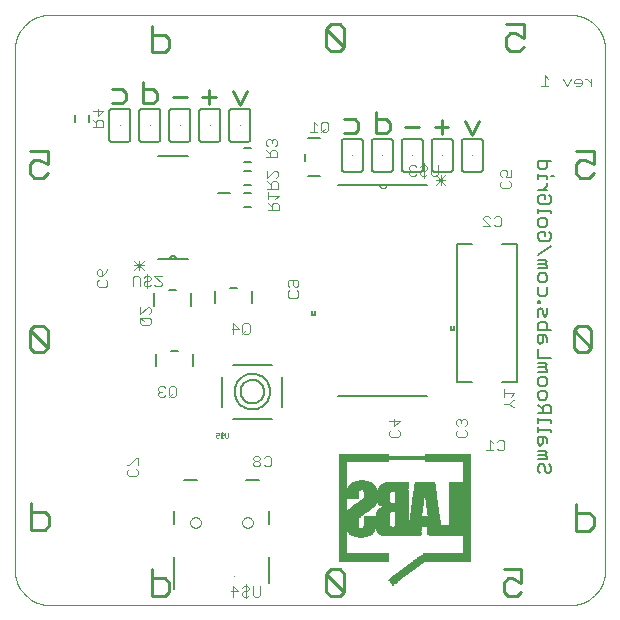
<source format=gbo>
G75*
G70*
%OFA0B0*%
%FSLAX24Y24*%
%IPPOS*%
%LPD*%
%AMOC8*
5,1,8,0,0,1.08239X$1,22.5*
%
%ADD10C,0.0001*%
%ADD11C,0.0110*%
%ADD12C,0.0090*%
%ADD13C,0.0060*%
%ADD14C,0.0040*%
%ADD15C,0.0000*%
%ADD16C,0.0030*%
%ADD17C,0.0050*%
%ADD18C,0.0010*%
%ADD19R,0.0039X0.0013*%
%ADD20R,0.0065X0.0013*%
%ADD21R,0.0078X0.0013*%
%ADD22R,0.0117X0.0013*%
%ADD23R,0.0130X0.0013*%
%ADD24R,0.0169X0.0013*%
%ADD25R,0.0195X0.0013*%
%ADD26R,0.0221X0.0013*%
%ADD27R,0.0247X0.0013*%
%ADD28R,0.0273X0.0013*%
%ADD29R,0.0299X0.0013*%
%ADD30R,0.0325X0.0013*%
%ADD31R,0.0351X0.0013*%
%ADD32R,0.0377X0.0013*%
%ADD33R,0.0416X0.0013*%
%ADD34R,0.0429X0.0013*%
%ADD35R,0.0429X0.0013*%
%ADD36R,0.0429X0.0013*%
%ADD37R,0.0416X0.0013*%
%ADD38R,0.0429X0.0013*%
%ADD39R,0.0416X0.0013*%
%ADD40R,0.1937X0.0013*%
%ADD41R,0.1664X0.0013*%
%ADD42R,0.1924X0.0013*%
%ADD43R,0.1664X0.0013*%
%ADD44R,0.1898X0.0013*%
%ADD45R,0.1885X0.0013*%
%ADD46R,0.1859X0.0013*%
%ADD47R,0.1846X0.0013*%
%ADD48R,0.1820X0.0013*%
%ADD49R,0.1807X0.0013*%
%ADD50R,0.1781X0.0013*%
%ADD51R,0.1768X0.0013*%
%ADD52R,0.1755X0.0013*%
%ADD53R,0.1742X0.0013*%
%ADD54R,0.1716X0.0013*%
%ADD55R,0.1703X0.0013*%
%ADD56R,0.1677X0.0013*%
%ADD57R,0.1651X0.0013*%
%ADD58R,0.1625X0.0013*%
%ADD59R,0.1612X0.0013*%
%ADD60R,0.1586X0.0013*%
%ADD61R,0.0260X0.0013*%
%ADD62R,0.0247X0.0013*%
%ADD63R,0.0260X0.0013*%
%ADD64R,0.0247X0.0013*%
%ADD65R,0.0195X0.0013*%
%ADD66R,0.0455X0.0013*%
%ADD67R,0.1430X0.0013*%
%ADD68R,0.1157X0.0013*%
%ADD69R,0.0520X0.0013*%
%ADD70R,0.1430X0.0013*%
%ADD71R,0.1287X0.0013*%
%ADD72R,0.0585X0.0013*%
%ADD73R,0.1352X0.0013*%
%ADD74R,0.0637X0.0013*%
%ADD75R,0.1443X0.0013*%
%ADD76R,0.1378X0.0013*%
%ADD77R,0.0689X0.0013*%
%ADD78R,0.1404X0.0013*%
%ADD79R,0.0715X0.0013*%
%ADD80R,0.1443X0.0013*%
%ADD81R,0.1417X0.0013*%
%ADD82R,0.0767X0.0013*%
%ADD83R,0.0793X0.0013*%
%ADD84R,0.1443X0.0013*%
%ADD85R,0.0819X0.0013*%
%ADD86R,0.1456X0.0013*%
%ADD87R,0.0871X0.0013*%
%ADD88R,0.1469X0.0013*%
%ADD89R,0.0884X0.0013*%
%ADD90R,0.1469X0.0013*%
%ADD91R,0.0897X0.0013*%
%ADD92R,0.1482X0.0013*%
%ADD93R,0.0923X0.0013*%
%ADD94R,0.1196X0.0013*%
%ADD95R,0.1495X0.0013*%
%ADD96R,0.1456X0.0013*%
%ADD97R,0.1209X0.0013*%
%ADD98R,0.1456X0.0013*%
%ADD99R,0.1508X0.0013*%
%ADD100R,0.1209X0.0013*%
%ADD101R,0.1521X0.0013*%
%ADD102R,0.1222X0.0013*%
%ADD103R,0.2756X0.0013*%
%ADD104R,0.1989X0.0013*%
%ADD105R,0.0715X0.0013*%
%ADD106R,0.1963X0.0013*%
%ADD107R,0.1950X0.0013*%
%ADD108R,0.0676X0.0013*%
%ADD109R,0.0663X0.0013*%
%ADD110R,0.0910X0.0013*%
%ADD111R,0.0936X0.0013*%
%ADD112R,0.2548X0.0013*%
%ADD113R,0.0910X0.0013*%
%ADD114R,0.0650X0.0013*%
%ADD115R,0.2548X0.0013*%
%ADD116R,0.0897X0.0013*%
%ADD117R,0.0650X0.0013*%
%ADD118R,0.0884X0.0013*%
%ADD119R,0.1547X0.0013*%
%ADD120R,0.1547X0.0013*%
%ADD121R,0.0871X0.0013*%
%ADD122R,0.1053X0.0013*%
%ADD123R,0.0468X0.0013*%
%ADD124R,0.1053X0.0013*%
%ADD125R,0.0468X0.0013*%
%ADD126R,0.1040X0.0013*%
%ADD127R,0.1027X0.0013*%
%ADD128R,0.1027X0.0013*%
%ADD129R,0.0663X0.0013*%
%ADD130R,0.1014X0.0013*%
%ADD131R,0.1001X0.0013*%
%ADD132R,0.0702X0.0013*%
%ADD133R,0.0416X0.0013*%
%ADD134R,0.0728X0.0013*%
%ADD135R,0.0741X0.0013*%
%ADD136R,0.0754X0.0013*%
%ADD137R,0.0780X0.0013*%
%ADD138R,0.0455X0.0013*%
%ADD139R,0.0819X0.0013*%
%ADD140R,0.0832X0.0013*%
%ADD141R,0.0468X0.0013*%
%ADD142R,0.0858X0.0013*%
%ADD143R,0.0871X0.0013*%
%ADD144R,0.0403X0.0013*%
%ADD145R,0.0403X0.0013*%
%ADD146R,0.0481X0.0013*%
%ADD147R,0.0533X0.0013*%
%ADD148R,0.0403X0.0013*%
%ADD149R,0.0689X0.0013*%
%ADD150R,0.1040X0.0013*%
%ADD151R,0.0403X0.0013*%
%ADD152R,0.0728X0.0013*%
%ADD153R,0.1014X0.0013*%
%ADD154R,0.0741X0.0013*%
%ADD155R,0.0988X0.0013*%
%ADD156R,0.0975X0.0013*%
%ADD157R,0.0754X0.0013*%
%ADD158R,0.0949X0.0013*%
%ADD159R,0.0754X0.0013*%
%ADD160R,0.0923X0.0013*%
%ADD161R,0.0845X0.0013*%
%ADD162R,0.0845X0.0013*%
%ADD163R,0.0741X0.0013*%
%ADD164R,0.0728X0.0013*%
%ADD165R,0.0390X0.0013*%
%ADD166R,0.0975X0.0013*%
%ADD167R,0.0390X0.0013*%
%ADD168R,0.0988X0.0013*%
%ADD169R,0.0702X0.0013*%
%ADD170R,0.0676X0.0013*%
%ADD171R,0.0663X0.0013*%
%ADD172R,0.0481X0.0013*%
%ADD173R,0.0442X0.0013*%
%ADD174R,0.0624X0.0013*%
%ADD175R,0.0442X0.0013*%
%ADD176R,0.0611X0.0013*%
%ADD177R,0.0598X0.0013*%
%ADD178R,0.0572X0.0013*%
%ADD179R,0.1001X0.0013*%
%ADD180R,0.0949X0.0013*%
%ADD181R,0.0377X0.0013*%
%ADD182R,0.0858X0.0013*%
%ADD183R,0.0676X0.0013*%
%ADD184R,0.0858X0.0013*%
%ADD185R,0.0806X0.0013*%
%ADD186R,0.0780X0.0013*%
%ADD187R,0.0871X0.0013*%
%ADD188R,0.0767X0.0013*%
%ADD189R,0.0689X0.0013*%
%ADD190R,0.0988X0.0013*%
%ADD191R,0.0988X0.0013*%
%ADD192R,0.0962X0.0013*%
%ADD193R,0.0949X0.0013*%
%ADD194R,0.0962X0.0013*%
%ADD195R,0.0936X0.0013*%
%ADD196R,0.0858X0.0013*%
%ADD197R,0.0832X0.0013*%
%ADD198R,0.0806X0.0013*%
%ADD199R,0.0832X0.0013*%
%ADD200R,0.0702X0.0013*%
%ADD201R,0.0793X0.0013*%
%ADD202R,0.0624X0.0013*%
%ADD203R,0.0546X0.0013*%
%ADD204R,0.0364X0.0013*%
%ADD205R,0.0221X0.0013*%
%ADD206R,0.1521X0.0013*%
%ADD207R,0.1521X0.0013*%
%ADD208R,0.4394X0.0013*%
%ADD209R,0.4394X0.0013*%
D10*
X000504Y001685D02*
X000504Y019008D01*
X000506Y019074D01*
X000511Y019140D01*
X000521Y019206D01*
X000534Y019271D01*
X000550Y019335D01*
X000570Y019398D01*
X000594Y019460D01*
X000621Y019520D01*
X000651Y019579D01*
X000685Y019636D01*
X000722Y019691D01*
X000762Y019744D01*
X000804Y019795D01*
X000850Y019843D01*
X000898Y019889D01*
X000949Y019931D01*
X001002Y019971D01*
X001057Y020008D01*
X001114Y020042D01*
X001173Y020072D01*
X001233Y020099D01*
X001295Y020123D01*
X001358Y020143D01*
X001422Y020159D01*
X001487Y020172D01*
X001553Y020182D01*
X001619Y020187D01*
X001685Y020189D01*
X019008Y020189D01*
X019074Y020187D01*
X019140Y020182D01*
X019206Y020172D01*
X019271Y020159D01*
X019335Y020143D01*
X019398Y020123D01*
X019460Y020099D01*
X019520Y020072D01*
X019579Y020042D01*
X019636Y020008D01*
X019691Y019971D01*
X019744Y019931D01*
X019795Y019889D01*
X019843Y019843D01*
X019889Y019795D01*
X019931Y019744D01*
X019971Y019691D01*
X020008Y019636D01*
X020042Y019579D01*
X020072Y019520D01*
X020099Y019460D01*
X020123Y019398D01*
X020143Y019335D01*
X020159Y019271D01*
X020172Y019206D01*
X020182Y019140D01*
X020187Y019074D01*
X020189Y019008D01*
X020189Y001685D01*
X020187Y001619D01*
X020182Y001553D01*
X020172Y001487D01*
X020159Y001422D01*
X020143Y001358D01*
X020123Y001295D01*
X020099Y001233D01*
X020072Y001173D01*
X020042Y001114D01*
X020008Y001057D01*
X019971Y001002D01*
X019931Y000949D01*
X019889Y000898D01*
X019843Y000850D01*
X019795Y000804D01*
X019744Y000762D01*
X019691Y000722D01*
X019636Y000685D01*
X019579Y000651D01*
X019520Y000621D01*
X019460Y000594D01*
X019398Y000570D01*
X019335Y000550D01*
X019271Y000534D01*
X019206Y000521D01*
X019140Y000511D01*
X019074Y000506D01*
X019008Y000504D01*
X001685Y000504D01*
X001619Y000506D01*
X001553Y000511D01*
X001487Y000521D01*
X001422Y000534D01*
X001358Y000550D01*
X001295Y000570D01*
X001233Y000594D01*
X001173Y000621D01*
X001114Y000651D01*
X001057Y000685D01*
X001002Y000722D01*
X000949Y000762D01*
X000898Y000804D01*
X000850Y000850D01*
X000804Y000898D01*
X000762Y000949D01*
X000722Y001002D01*
X000685Y001057D01*
X000651Y001114D01*
X000621Y001173D01*
X000594Y001233D01*
X000570Y001295D01*
X000550Y001358D01*
X000534Y001422D01*
X000521Y001487D01*
X000511Y001553D01*
X000506Y001619D01*
X000504Y001685D01*
D11*
X001054Y003025D02*
X001500Y003025D01*
X001648Y003174D01*
X001648Y003471D01*
X001500Y003619D01*
X001054Y003619D01*
X001054Y003916D02*
X001054Y003025D01*
X005066Y001701D02*
X005066Y000811D01*
X005511Y000811D01*
X005660Y000959D01*
X005660Y001256D01*
X005511Y001404D01*
X005066Y001404D01*
X010891Y001553D02*
X010891Y000959D01*
X011040Y000811D01*
X011337Y000811D01*
X011485Y000959D01*
X010891Y001553D01*
X011040Y001701D01*
X011337Y001701D01*
X011485Y001553D01*
X011485Y000959D01*
X016797Y000959D02*
X016945Y000811D01*
X017242Y000811D01*
X017391Y000959D01*
X017391Y001256D02*
X017094Y001404D01*
X016945Y001404D01*
X016797Y001256D01*
X016797Y000959D01*
X017391Y001256D02*
X017391Y001701D01*
X016797Y001701D01*
X019209Y002982D02*
X019654Y002982D01*
X019802Y003131D01*
X019802Y003428D01*
X019654Y003576D01*
X019209Y003576D01*
X019209Y003873D02*
X019209Y002982D01*
X019277Y008931D02*
X019129Y009079D01*
X019129Y009673D01*
X019722Y009079D01*
X019574Y008931D01*
X019277Y008931D01*
X019722Y009079D02*
X019722Y009673D01*
X019574Y009822D01*
X019277Y009822D01*
X019129Y009673D01*
X019357Y014756D02*
X019654Y014756D01*
X019802Y014905D01*
X019802Y015202D02*
X019505Y015350D01*
X019357Y015350D01*
X019209Y015202D01*
X019209Y014905D01*
X019357Y014756D01*
X019802Y015202D02*
X019802Y015647D01*
X019209Y015647D01*
X017322Y018971D02*
X017025Y018971D01*
X016877Y019120D01*
X016877Y019417D01*
X017025Y019565D01*
X017174Y019565D01*
X017471Y019417D01*
X017471Y019862D01*
X016877Y019862D01*
X017471Y019120D02*
X017322Y018971D01*
X011485Y019120D02*
X010891Y019714D01*
X010891Y019120D01*
X011040Y018971D01*
X011337Y018971D01*
X011485Y019120D01*
X011485Y019714D01*
X011337Y019862D01*
X011040Y019862D01*
X010891Y019714D01*
X005660Y019373D02*
X005660Y019076D01*
X005511Y018928D01*
X005066Y018928D01*
X005066Y019819D01*
X005066Y019522D02*
X005511Y019522D01*
X005660Y019373D01*
X001605Y015647D02*
X001605Y015202D01*
X001308Y015350D01*
X001159Y015350D01*
X001011Y015202D01*
X001011Y014905D01*
X001159Y014756D01*
X001456Y014756D01*
X001605Y014905D01*
X001605Y015647D02*
X001011Y015647D01*
X001159Y009822D02*
X001011Y009673D01*
X001605Y009079D01*
X001456Y008931D01*
X001159Y008931D01*
X001011Y009079D01*
X001011Y009673D01*
X001159Y009822D02*
X001456Y009822D01*
X001605Y009673D01*
X001605Y009079D01*
D12*
X003734Y017239D02*
X004083Y017239D01*
X004199Y017355D01*
X004199Y017588D01*
X004083Y017704D01*
X003734Y017704D01*
X004774Y017704D02*
X005123Y017704D01*
X005239Y017588D01*
X005239Y017355D01*
X005123Y017239D01*
X004774Y017239D01*
X004774Y017937D01*
X005764Y017448D02*
X006229Y017448D01*
X006735Y017452D02*
X007201Y017452D01*
X006968Y017684D02*
X006968Y017219D01*
X007764Y017644D02*
X007996Y017179D01*
X008229Y017644D01*
X011494Y016704D02*
X011843Y016704D01*
X011959Y016588D01*
X011959Y016355D01*
X011843Y016239D01*
X011494Y016239D01*
X012534Y016239D02*
X012883Y016239D01*
X012999Y016355D01*
X012999Y016588D01*
X012883Y016704D01*
X012534Y016704D01*
X012534Y016937D02*
X012534Y016239D01*
X013524Y016448D02*
X013989Y016448D01*
X014495Y016452D02*
X014961Y016452D01*
X014728Y016684D02*
X014728Y016219D01*
X015524Y016644D02*
X015756Y016179D01*
X015989Y016644D01*
D13*
X017954Y015326D02*
X017954Y015106D01*
X018027Y015033D01*
X018174Y015033D01*
X018248Y015106D01*
X018248Y015326D01*
X018394Y015326D02*
X017954Y015326D01*
X017954Y014873D02*
X017954Y014726D01*
X017954Y014799D02*
X018248Y014799D01*
X018248Y014726D01*
X018394Y014799D02*
X018468Y014799D01*
X018248Y014562D02*
X018248Y014489D01*
X018101Y014342D01*
X017954Y014342D02*
X018248Y014342D01*
X018321Y014175D02*
X018394Y014102D01*
X018394Y013955D01*
X018321Y013882D01*
X018027Y013882D01*
X017954Y013955D01*
X017954Y014102D01*
X018027Y014175D01*
X018174Y014175D01*
X018174Y014029D01*
X017954Y013722D02*
X017954Y013575D01*
X017954Y013648D02*
X018394Y013648D01*
X018394Y013575D01*
X018174Y013408D02*
X018248Y013335D01*
X018248Y013188D01*
X018174Y013115D01*
X018027Y013115D01*
X017954Y013188D01*
X017954Y013335D01*
X018027Y013408D01*
X018174Y013408D01*
X018174Y012948D02*
X018174Y012801D01*
X018174Y012948D02*
X018027Y012948D01*
X017954Y012874D01*
X017954Y012728D01*
X018027Y012654D01*
X018321Y012654D01*
X018394Y012728D01*
X018394Y012874D01*
X018321Y012948D01*
X018394Y012487D02*
X017954Y012194D01*
X017954Y012027D02*
X018174Y012027D01*
X018248Y011954D01*
X018174Y011880D01*
X017954Y011880D01*
X017954Y011733D02*
X018248Y011733D01*
X018248Y011807D01*
X018174Y011880D01*
X018174Y011567D02*
X018248Y011493D01*
X018248Y011346D01*
X018174Y011273D01*
X018027Y011273D01*
X017954Y011346D01*
X017954Y011493D01*
X018027Y011567D01*
X018174Y011567D01*
X018248Y011106D02*
X018248Y010886D01*
X018174Y010813D01*
X018027Y010813D01*
X017954Y010886D01*
X017954Y011106D01*
X017954Y010656D02*
X017954Y010583D01*
X018027Y010583D01*
X018027Y010656D01*
X017954Y010656D01*
X018027Y010416D02*
X018101Y010342D01*
X018101Y010196D01*
X018174Y010122D01*
X018248Y010196D01*
X018248Y010416D01*
X018027Y010416D02*
X017954Y010342D01*
X017954Y010122D01*
X018027Y009955D02*
X017954Y009882D01*
X017954Y009662D01*
X018394Y009662D01*
X018248Y009662D02*
X018248Y009882D01*
X018174Y009955D01*
X018027Y009955D01*
X017954Y009495D02*
X017954Y009275D01*
X018027Y009202D01*
X018101Y009275D01*
X018101Y009495D01*
X018174Y009495D02*
X017954Y009495D01*
X018174Y009495D02*
X018248Y009422D01*
X018248Y009275D01*
X017954Y009035D02*
X017954Y008741D01*
X018394Y008741D01*
X018174Y008574D02*
X017954Y008574D01*
X017954Y008428D02*
X018174Y008428D01*
X018248Y008501D01*
X018174Y008574D01*
X018174Y008428D02*
X018248Y008354D01*
X018248Y008281D01*
X017954Y008281D01*
X018027Y008114D02*
X018174Y008114D01*
X018248Y008041D01*
X018248Y007894D01*
X018174Y007820D01*
X018027Y007820D01*
X017954Y007894D01*
X017954Y008041D01*
X018027Y008114D01*
X018027Y007654D02*
X017954Y007580D01*
X017954Y007434D01*
X018027Y007360D01*
X018174Y007360D01*
X018248Y007434D01*
X018248Y007580D01*
X018174Y007654D01*
X018027Y007654D01*
X017954Y007193D02*
X018101Y007047D01*
X018101Y007120D02*
X018101Y006900D01*
X017954Y006900D02*
X018394Y006900D01*
X018394Y007120D01*
X018321Y007193D01*
X018174Y007193D01*
X018101Y007120D01*
X017954Y006740D02*
X017954Y006593D01*
X017954Y006666D02*
X018394Y006666D01*
X018394Y006593D01*
X018394Y006359D02*
X017954Y006359D01*
X017954Y006286D02*
X017954Y006433D01*
X017954Y006119D02*
X017954Y005899D01*
X018027Y005826D01*
X018101Y005899D01*
X018101Y006119D01*
X018174Y006119D02*
X017954Y006119D01*
X018174Y006119D02*
X018248Y006046D01*
X018248Y005899D01*
X018174Y005659D02*
X017954Y005659D01*
X017954Y005512D02*
X018174Y005512D01*
X018248Y005585D01*
X018174Y005659D01*
X018174Y005512D02*
X018248Y005439D01*
X018248Y005365D01*
X017954Y005365D01*
X018027Y005199D02*
X017954Y005125D01*
X017954Y004978D01*
X018027Y004905D01*
X018174Y004978D02*
X018174Y005125D01*
X018101Y005199D01*
X018027Y005199D01*
X018174Y004978D02*
X018248Y004905D01*
X018321Y004905D01*
X018394Y004978D01*
X018394Y005125D01*
X018321Y005199D01*
X018394Y006286D02*
X018394Y006359D01*
X015144Y009686D02*
X015044Y009686D01*
X015044Y009826D01*
X015144Y009826D02*
X015144Y009686D01*
X014254Y007486D02*
X011294Y007486D01*
X010504Y010186D02*
X010504Y010326D01*
X010404Y010326D02*
X010404Y010186D01*
X010504Y010186D01*
X008403Y010564D02*
X008403Y010981D01*
X007900Y011084D02*
X007662Y011084D01*
X007165Y010981D02*
X007165Y010564D01*
X006373Y010494D02*
X006373Y010911D01*
X005870Y011014D02*
X005632Y011014D01*
X005135Y010911D02*
X005135Y010494D01*
X005702Y008984D02*
X005940Y008984D01*
X006443Y008881D02*
X006443Y008464D01*
X005205Y008464D02*
X005205Y008881D01*
X005264Y012034D02*
X005654Y012034D01*
X005894Y012034D01*
X006284Y012034D01*
X005894Y012034D02*
X005892Y012055D01*
X005887Y012075D01*
X005878Y012094D01*
X005866Y012111D01*
X005851Y012126D01*
X005834Y012138D01*
X005815Y012147D01*
X005795Y012152D01*
X005774Y012154D01*
X005753Y012152D01*
X005733Y012147D01*
X005714Y012138D01*
X005697Y012126D01*
X005682Y012111D01*
X005670Y012094D01*
X005661Y012075D01*
X005656Y012055D01*
X005654Y012034D01*
X007264Y014244D02*
X007674Y014244D01*
X008156Y014240D02*
X008392Y014240D01*
X008392Y014518D02*
X008156Y014518D01*
X008156Y014990D02*
X008392Y014990D01*
X008392Y015268D02*
X008156Y015268D01*
X008156Y015740D02*
X008392Y015740D01*
X010164Y015560D02*
X010164Y015322D01*
X010267Y014825D02*
X010684Y014825D01*
X011294Y014526D02*
X012654Y014526D01*
X012894Y014526D01*
X014254Y014526D01*
X010684Y016063D02*
X010267Y016063D01*
X008392Y013768D02*
X008156Y013768D01*
X006284Y015474D02*
X005264Y015474D01*
X002990Y016616D02*
X002990Y016852D01*
X002518Y016852D02*
X002518Y016616D01*
D14*
X003099Y016690D02*
X003217Y016572D01*
X003217Y016631D02*
X003217Y016454D01*
X003099Y016454D02*
X003453Y016454D01*
X003453Y016631D01*
X003394Y016690D01*
X003276Y016690D01*
X003217Y016631D01*
X003276Y016816D02*
X003276Y017052D01*
X003453Y016993D02*
X003276Y016816D01*
X003099Y016993D02*
X003453Y016993D01*
X003358Y011717D02*
X003299Y011717D01*
X003240Y011658D01*
X003240Y011540D01*
X003299Y011481D01*
X003417Y011481D01*
X003417Y011658D01*
X003358Y011717D01*
X003535Y011599D02*
X003417Y011481D01*
X003535Y011599D02*
X003594Y011717D01*
X003535Y011355D02*
X003594Y011296D01*
X003594Y011178D01*
X003535Y011119D01*
X003299Y011119D01*
X003240Y011178D01*
X003240Y011296D01*
X003299Y011355D01*
X004434Y011425D02*
X004434Y011130D01*
X004670Y011130D02*
X004670Y011425D01*
X004611Y011484D01*
X004493Y011484D01*
X004434Y011425D01*
X004796Y011425D02*
X004855Y011484D01*
X004973Y011484D01*
X005032Y011425D01*
X005032Y011366D01*
X004973Y011307D01*
X004855Y011307D01*
X004796Y011248D01*
X004796Y011189D01*
X004855Y011130D01*
X004973Y011130D01*
X005032Y011189D01*
X005159Y011189D02*
X005218Y011130D01*
X005336Y011130D01*
X005395Y011189D01*
X005395Y011248D01*
X005159Y011484D01*
X005395Y011484D01*
X004914Y011543D02*
X004914Y011071D01*
X004930Y010452D02*
X004989Y010452D01*
X005048Y010393D01*
X005048Y010275D01*
X004989Y010216D01*
X004989Y010090D02*
X004753Y010090D01*
X004694Y010031D01*
X004694Y009913D01*
X004753Y009854D01*
X004989Y009854D01*
X005048Y009913D01*
X005048Y010031D01*
X004989Y010090D01*
X004812Y009972D02*
X004694Y010090D01*
X004694Y010216D02*
X004930Y010452D01*
X004694Y010452D02*
X004694Y010216D01*
X005344Y007798D02*
X005285Y007739D01*
X005285Y007680D01*
X005344Y007621D01*
X005285Y007562D01*
X005285Y007503D01*
X005344Y007444D01*
X005462Y007444D01*
X005521Y007503D01*
X005648Y007503D02*
X005707Y007444D01*
X005825Y007444D01*
X005884Y007503D01*
X005884Y007739D01*
X005825Y007798D01*
X005707Y007798D01*
X005648Y007739D01*
X005648Y007503D01*
X005648Y007444D02*
X005766Y007562D01*
X005521Y007739D02*
X005462Y007798D01*
X005344Y007798D01*
X005344Y007621D02*
X005403Y007621D01*
X004608Y005412D02*
X004549Y005412D01*
X004313Y005176D01*
X004254Y005176D01*
X004313Y005050D02*
X004254Y004991D01*
X004254Y004873D01*
X004313Y004814D01*
X004549Y004814D01*
X004608Y004873D01*
X004608Y004991D01*
X004549Y005050D01*
X004608Y005176D02*
X004608Y005412D01*
X008450Y005425D02*
X008450Y005366D01*
X008509Y005307D01*
X008627Y005307D01*
X008686Y005366D01*
X008686Y005425D01*
X008627Y005484D01*
X008509Y005484D01*
X008450Y005425D01*
X008509Y005307D02*
X008450Y005248D01*
X008450Y005189D01*
X008509Y005130D01*
X008627Y005130D01*
X008686Y005189D01*
X008686Y005248D01*
X008627Y005307D01*
X008813Y005189D02*
X008872Y005130D01*
X008990Y005130D01*
X009049Y005189D01*
X009049Y005425D01*
X008990Y005484D01*
X008872Y005484D01*
X008813Y005425D01*
X007802Y001486D02*
X007802Y001486D01*
X007775Y001146D02*
X007952Y000969D01*
X007716Y000969D01*
X007775Y000792D02*
X007775Y001146D01*
X008078Y001087D02*
X008137Y001146D01*
X008255Y001146D01*
X008314Y001087D01*
X008314Y001028D01*
X008255Y000969D01*
X008137Y000969D01*
X008078Y000910D01*
X008078Y000851D01*
X008137Y000792D01*
X008255Y000792D01*
X008314Y000851D01*
X008441Y000851D02*
X008441Y001146D01*
X008677Y001146D02*
X008677Y000851D01*
X008618Y000792D01*
X008500Y000792D01*
X008441Y000851D01*
X008196Y000733D02*
X008196Y001205D01*
X013039Y006109D02*
X012980Y006168D01*
X012980Y006286D01*
X013039Y006345D01*
X013157Y006471D02*
X013157Y006707D01*
X012980Y006648D02*
X013334Y006648D01*
X013157Y006471D01*
X013275Y006345D02*
X013334Y006286D01*
X013334Y006168D01*
X013275Y006109D01*
X013039Y006109D01*
X015210Y006168D02*
X015210Y006286D01*
X015269Y006345D01*
X015269Y006471D02*
X015210Y006530D01*
X015210Y006648D01*
X015269Y006707D01*
X015328Y006707D01*
X015387Y006648D01*
X015387Y006589D01*
X015387Y006648D02*
X015446Y006707D01*
X015505Y006707D01*
X015564Y006648D01*
X015564Y006530D01*
X015505Y006471D01*
X015505Y006345D02*
X015564Y006286D01*
X015564Y006168D01*
X015505Y006109D01*
X015269Y006109D01*
X015210Y006168D01*
X016225Y005664D02*
X016461Y005664D01*
X016343Y005664D02*
X016343Y006018D01*
X016461Y005900D01*
X016588Y005959D02*
X016647Y006018D01*
X016765Y006018D01*
X016824Y005959D01*
X016824Y005723D01*
X016765Y005664D01*
X016647Y005664D01*
X016588Y005723D01*
X017095Y007099D02*
X016977Y007217D01*
X016800Y007217D01*
X016977Y007217D02*
X017095Y007335D01*
X017154Y007335D01*
X017036Y007461D02*
X017154Y007579D01*
X016800Y007579D01*
X016800Y007461D02*
X016800Y007697D01*
X017095Y007099D02*
X017154Y007099D01*
X016650Y013130D02*
X016532Y013130D01*
X016473Y013189D01*
X016346Y013130D02*
X016110Y013366D01*
X016110Y013425D01*
X016169Y013484D01*
X016287Y013484D01*
X016346Y013425D01*
X016473Y013425D02*
X016532Y013484D01*
X016650Y013484D01*
X016709Y013425D01*
X016709Y013189D01*
X016650Y013130D01*
X016346Y013130D02*
X016110Y013130D01*
X016749Y014409D02*
X016690Y014468D01*
X016690Y014586D01*
X016749Y014645D01*
X016749Y014771D02*
X016690Y014830D01*
X016690Y014948D01*
X016749Y015007D01*
X016867Y015007D01*
X016926Y014948D01*
X016926Y014889D01*
X016867Y014771D01*
X017044Y014771D01*
X017044Y015007D01*
X016985Y014645D02*
X017044Y014586D01*
X017044Y014468D01*
X016985Y014409D01*
X016749Y014409D01*
X014614Y014875D02*
X014555Y014816D01*
X014437Y014816D01*
X014378Y014875D01*
X014378Y015170D01*
X014251Y015111D02*
X014251Y015052D01*
X014192Y014993D01*
X014074Y014993D01*
X014015Y014934D01*
X014015Y014875D01*
X014074Y014816D01*
X014192Y014816D01*
X014251Y014875D01*
X014133Y014757D02*
X014133Y015229D01*
X014074Y015170D02*
X014015Y015111D01*
X014074Y015170D02*
X014192Y015170D01*
X014251Y015111D01*
X013889Y015111D02*
X013830Y015170D01*
X013712Y015170D01*
X013653Y015111D01*
X013653Y015052D01*
X013712Y014993D01*
X013653Y014934D01*
X013653Y014875D01*
X013712Y014816D01*
X013830Y014816D01*
X013889Y014875D01*
X013771Y014993D02*
X013712Y014993D01*
X014614Y014875D02*
X014614Y015170D01*
X018052Y017804D02*
X018292Y017804D01*
X018172Y017804D02*
X018172Y018164D01*
X018292Y018044D01*
X018789Y018044D02*
X018909Y017804D01*
X019029Y018044D01*
X019157Y017984D02*
X019157Y017924D01*
X019397Y017924D01*
X019397Y017984D02*
X019337Y018044D01*
X019217Y018044D01*
X019157Y017984D01*
X019217Y017804D02*
X019337Y017804D01*
X019397Y017864D01*
X019397Y017984D01*
X019524Y018044D02*
X019584Y018044D01*
X019704Y017924D01*
X019704Y017804D02*
X019704Y018044D01*
X010949Y016565D02*
X010949Y016329D01*
X010890Y016270D01*
X010772Y016270D01*
X010713Y016329D01*
X010713Y016565D01*
X010772Y016624D01*
X010890Y016624D01*
X010949Y016565D01*
X010831Y016388D02*
X010713Y016270D01*
X010586Y016270D02*
X010350Y016270D01*
X010468Y016270D02*
X010468Y016624D01*
X010586Y016506D01*
X009243Y015973D02*
X009243Y015855D01*
X009184Y015796D01*
X009184Y015670D02*
X009066Y015670D01*
X009007Y015611D01*
X009007Y015434D01*
X009007Y015552D02*
X008889Y015670D01*
X008948Y015796D02*
X008889Y015855D01*
X008889Y015973D01*
X008948Y016032D01*
X009007Y016032D01*
X009066Y015973D01*
X009066Y015914D01*
X009066Y015973D02*
X009125Y016032D01*
X009184Y016032D01*
X009243Y015973D01*
X009184Y015670D02*
X009243Y015611D01*
X009243Y015434D01*
X008889Y015434D01*
X008919Y014992D02*
X008919Y014756D01*
X009155Y014992D01*
X009214Y014992D01*
X009273Y014933D01*
X009273Y014815D01*
X009214Y014756D01*
X009214Y014630D02*
X009096Y014630D01*
X009037Y014571D01*
X009037Y014394D01*
X009037Y014512D02*
X008919Y014630D01*
X008919Y014394D02*
X009273Y014394D01*
X009273Y014571D01*
X009214Y014630D01*
X008949Y014272D02*
X008949Y014036D01*
X008949Y014154D02*
X009303Y014154D01*
X009185Y014036D01*
X009244Y013910D02*
X009126Y013910D01*
X009067Y013851D01*
X009067Y013674D01*
X009067Y013792D02*
X008949Y013910D01*
X008949Y013674D02*
X009303Y013674D01*
X009303Y013851D01*
X009244Y013910D01*
X009659Y011357D02*
X009895Y011357D01*
X009954Y011298D01*
X009954Y011180D01*
X009895Y011121D01*
X009836Y011121D01*
X009777Y011180D01*
X009777Y011357D01*
X009659Y011357D02*
X009600Y011298D01*
X009600Y011180D01*
X009659Y011121D01*
X009659Y010995D02*
X009600Y010936D01*
X009600Y010818D01*
X009659Y010759D01*
X009895Y010759D01*
X009954Y010818D01*
X009954Y010936D01*
X009895Y010995D01*
X008329Y009845D02*
X008329Y009609D01*
X008270Y009550D01*
X008152Y009550D01*
X008093Y009609D01*
X008093Y009845D01*
X008152Y009904D01*
X008270Y009904D01*
X008329Y009845D01*
X008211Y009668D02*
X008093Y009550D01*
X007966Y009727D02*
X007730Y009727D01*
X007789Y009550D02*
X007789Y009904D01*
X007966Y009727D01*
D15*
X012654Y014526D02*
X012656Y014505D01*
X012661Y014485D01*
X012670Y014466D01*
X012682Y014449D01*
X012697Y014434D01*
X012714Y014422D01*
X012733Y014413D01*
X012753Y014408D01*
X012774Y014406D01*
X012795Y014408D01*
X012815Y014413D01*
X012834Y014422D01*
X012851Y014434D01*
X012866Y014449D01*
X012878Y014466D01*
X012887Y014485D01*
X012892Y014505D01*
X012894Y014526D01*
X012753Y015504D02*
X012753Y015505D01*
X012754Y015505D01*
X012755Y015505D01*
X012755Y015504D01*
X012755Y015503D01*
X012754Y015503D01*
X012753Y015503D01*
X012753Y015504D01*
X011753Y015504D02*
X011753Y015505D01*
X011754Y015505D01*
X011755Y015505D01*
X011755Y015504D01*
X011755Y015503D01*
X011754Y015503D01*
X011753Y015503D01*
X011753Y015504D01*
X013753Y015504D02*
X013753Y015505D01*
X013754Y015505D01*
X013755Y015505D01*
X013755Y015504D01*
X013755Y015503D01*
X013754Y015503D01*
X013753Y015503D01*
X013753Y015504D01*
X014753Y015504D02*
X014753Y015505D01*
X014754Y015505D01*
X014755Y015505D01*
X014755Y015504D01*
X014755Y015503D01*
X014754Y015503D01*
X014753Y015503D01*
X014753Y015504D01*
X015753Y015504D02*
X015753Y015505D01*
X015754Y015505D01*
X015755Y015505D01*
X015755Y015504D01*
X015755Y015503D01*
X015754Y015503D01*
X015753Y015503D01*
X015753Y015504D01*
X008003Y016504D02*
X008003Y016505D01*
X008004Y016505D01*
X008005Y016505D01*
X008005Y016504D01*
X008005Y016503D01*
X008004Y016503D01*
X008003Y016503D01*
X008003Y016504D01*
X007003Y016504D02*
X007003Y016505D01*
X007004Y016505D01*
X007005Y016505D01*
X007005Y016504D01*
X007005Y016503D01*
X007004Y016503D01*
X007003Y016503D01*
X007003Y016504D01*
X006003Y016504D02*
X006003Y016505D01*
X006004Y016505D01*
X006005Y016505D01*
X006005Y016504D01*
X006005Y016503D01*
X006004Y016503D01*
X006003Y016503D01*
X006003Y016504D01*
X005003Y016504D02*
X005003Y016505D01*
X005004Y016505D01*
X005005Y016505D01*
X005005Y016504D01*
X005005Y016503D01*
X005004Y016503D01*
X005003Y016503D01*
X005003Y016504D01*
X004003Y016504D02*
X004003Y016505D01*
X004004Y016505D01*
X004005Y016505D01*
X004005Y016504D01*
X004005Y016503D01*
X004004Y016503D01*
X004003Y016503D01*
X004003Y016504D01*
X006351Y003260D02*
X006353Y003286D01*
X006359Y003312D01*
X006369Y003337D01*
X006382Y003360D01*
X006398Y003380D01*
X006418Y003398D01*
X006440Y003413D01*
X006463Y003425D01*
X006489Y003433D01*
X006515Y003437D01*
X006541Y003437D01*
X006567Y003433D01*
X006593Y003425D01*
X006617Y003413D01*
X006638Y003398D01*
X006658Y003380D01*
X006674Y003360D01*
X006687Y003337D01*
X006697Y003312D01*
X006703Y003286D01*
X006705Y003260D01*
X006703Y003234D01*
X006697Y003208D01*
X006687Y003183D01*
X006674Y003160D01*
X006658Y003140D01*
X006638Y003122D01*
X006616Y003107D01*
X006593Y003095D01*
X006567Y003087D01*
X006541Y003083D01*
X006515Y003083D01*
X006489Y003087D01*
X006463Y003095D01*
X006439Y003107D01*
X006418Y003122D01*
X006398Y003140D01*
X006382Y003160D01*
X006369Y003183D01*
X006359Y003208D01*
X006353Y003234D01*
X006351Y003260D01*
X008083Y003260D02*
X008085Y003286D01*
X008091Y003312D01*
X008101Y003337D01*
X008114Y003360D01*
X008130Y003380D01*
X008150Y003398D01*
X008172Y003413D01*
X008195Y003425D01*
X008221Y003433D01*
X008247Y003437D01*
X008273Y003437D01*
X008299Y003433D01*
X008325Y003425D01*
X008349Y003413D01*
X008370Y003398D01*
X008390Y003380D01*
X008406Y003360D01*
X008419Y003337D01*
X008429Y003312D01*
X008435Y003286D01*
X008437Y003260D01*
X008435Y003234D01*
X008429Y003208D01*
X008419Y003183D01*
X008406Y003160D01*
X008390Y003140D01*
X008370Y003122D01*
X008348Y003107D01*
X008325Y003095D01*
X008299Y003087D01*
X008273Y003083D01*
X008247Y003083D01*
X008221Y003087D01*
X008195Y003095D01*
X008171Y003107D01*
X008150Y003122D01*
X008130Y003140D01*
X008114Y003160D01*
X008101Y003183D01*
X008091Y003208D01*
X008085Y003234D01*
X008083Y003260D01*
D16*
X004803Y011677D02*
X004489Y011991D01*
X004646Y011991D02*
X004646Y011677D01*
X004489Y011677D02*
X004803Y011991D01*
X004803Y011834D02*
X004489Y011834D01*
X014545Y014519D02*
X014859Y014833D01*
X014859Y014676D02*
X014545Y014676D01*
X014545Y014833D02*
X014859Y014519D01*
X014702Y014519D02*
X014702Y014833D01*
D17*
X014504Y014954D02*
X015004Y014954D01*
X015021Y014956D01*
X015038Y014960D01*
X015054Y014967D01*
X015068Y014977D01*
X015081Y014990D01*
X015091Y015004D01*
X015098Y015020D01*
X015102Y015037D01*
X015104Y015054D01*
X015104Y015954D01*
X015102Y015971D01*
X015098Y015988D01*
X015091Y016004D01*
X015081Y016018D01*
X015068Y016031D01*
X015054Y016041D01*
X015038Y016048D01*
X015021Y016052D01*
X015004Y016054D01*
X014504Y016054D01*
X014487Y016052D01*
X014470Y016048D01*
X014454Y016041D01*
X014440Y016031D01*
X014427Y016018D01*
X014417Y016004D01*
X014410Y015988D01*
X014406Y015971D01*
X014404Y015954D01*
X014404Y015054D01*
X014406Y015037D01*
X014410Y015020D01*
X014417Y015004D01*
X014427Y014990D01*
X014440Y014977D01*
X014454Y014967D01*
X014470Y014960D01*
X014487Y014956D01*
X014504Y014954D01*
X014104Y015054D02*
X014104Y015954D01*
X014102Y015971D01*
X014098Y015988D01*
X014091Y016004D01*
X014081Y016018D01*
X014068Y016031D01*
X014054Y016041D01*
X014038Y016048D01*
X014021Y016052D01*
X014004Y016054D01*
X013504Y016054D01*
X013487Y016052D01*
X013470Y016048D01*
X013454Y016041D01*
X013440Y016031D01*
X013427Y016018D01*
X013417Y016004D01*
X013410Y015988D01*
X013406Y015971D01*
X013404Y015954D01*
X013404Y015054D01*
X013406Y015037D01*
X013410Y015020D01*
X013417Y015004D01*
X013427Y014990D01*
X013440Y014977D01*
X013454Y014967D01*
X013470Y014960D01*
X013487Y014956D01*
X013504Y014954D01*
X014004Y014954D01*
X014021Y014956D01*
X014038Y014960D01*
X014054Y014967D01*
X014068Y014977D01*
X014081Y014990D01*
X014091Y015004D01*
X014098Y015020D01*
X014102Y015037D01*
X014104Y015054D01*
X013104Y015054D02*
X013104Y015954D01*
X013102Y015971D01*
X013098Y015988D01*
X013091Y016004D01*
X013081Y016018D01*
X013068Y016031D01*
X013054Y016041D01*
X013038Y016048D01*
X013021Y016052D01*
X013004Y016054D01*
X012504Y016054D01*
X012487Y016052D01*
X012470Y016048D01*
X012454Y016041D01*
X012440Y016031D01*
X012427Y016018D01*
X012417Y016004D01*
X012410Y015988D01*
X012406Y015971D01*
X012404Y015954D01*
X012404Y015054D01*
X012406Y015037D01*
X012410Y015020D01*
X012417Y015004D01*
X012427Y014990D01*
X012440Y014977D01*
X012454Y014967D01*
X012470Y014960D01*
X012487Y014956D01*
X012504Y014954D01*
X013004Y014954D01*
X013021Y014956D01*
X013038Y014960D01*
X013054Y014967D01*
X013068Y014977D01*
X013081Y014990D01*
X013091Y015004D01*
X013098Y015020D01*
X013102Y015037D01*
X013104Y015054D01*
X012104Y015054D02*
X012104Y015954D01*
X012102Y015971D01*
X012098Y015988D01*
X012091Y016004D01*
X012081Y016018D01*
X012068Y016031D01*
X012054Y016041D01*
X012038Y016048D01*
X012021Y016052D01*
X012004Y016054D01*
X011504Y016054D01*
X011487Y016052D01*
X011470Y016048D01*
X011454Y016041D01*
X011440Y016031D01*
X011427Y016018D01*
X011417Y016004D01*
X011410Y015988D01*
X011406Y015971D01*
X011404Y015954D01*
X011404Y015054D01*
X011406Y015037D01*
X011410Y015020D01*
X011417Y015004D01*
X011427Y014990D01*
X011440Y014977D01*
X011454Y014967D01*
X011470Y014960D01*
X011487Y014956D01*
X011504Y014954D01*
X012004Y014954D01*
X012021Y014956D01*
X012038Y014960D01*
X012054Y014967D01*
X012068Y014977D01*
X012081Y014990D01*
X012091Y015004D01*
X012098Y015020D01*
X012102Y015037D01*
X012104Y015054D01*
X015254Y012554D02*
X015254Y007954D01*
X015754Y007954D01*
X016754Y007954D02*
X017254Y007954D01*
X017254Y012554D01*
X016754Y012554D01*
X015754Y012554D02*
X015254Y012554D01*
X015504Y014954D02*
X016004Y014954D01*
X016021Y014956D01*
X016038Y014960D01*
X016054Y014967D01*
X016068Y014977D01*
X016081Y014990D01*
X016091Y015004D01*
X016098Y015020D01*
X016102Y015037D01*
X016104Y015054D01*
X016104Y015954D01*
X016102Y015971D01*
X016098Y015988D01*
X016091Y016004D01*
X016081Y016018D01*
X016068Y016031D01*
X016054Y016041D01*
X016038Y016048D01*
X016021Y016052D01*
X016004Y016054D01*
X015504Y016054D01*
X015487Y016052D01*
X015470Y016048D01*
X015454Y016041D01*
X015440Y016031D01*
X015427Y016018D01*
X015417Y016004D01*
X015410Y015988D01*
X015406Y015971D01*
X015404Y015954D01*
X015404Y015054D01*
X015406Y015037D01*
X015410Y015020D01*
X015417Y015004D01*
X015427Y014990D01*
X015440Y014977D01*
X015454Y014967D01*
X015470Y014960D01*
X015487Y014956D01*
X015504Y014954D01*
X009074Y008524D02*
X007774Y008524D01*
X007424Y008124D02*
X007424Y007124D01*
X007774Y006724D02*
X009074Y006724D01*
X009424Y007124D02*
X009424Y008124D01*
X008030Y007624D02*
X008032Y007663D01*
X008038Y007702D01*
X008048Y007740D01*
X008061Y007777D01*
X008078Y007812D01*
X008098Y007846D01*
X008122Y007877D01*
X008149Y007906D01*
X008178Y007932D01*
X008210Y007955D01*
X008244Y007975D01*
X008280Y007991D01*
X008317Y008003D01*
X008356Y008012D01*
X008395Y008017D01*
X008434Y008018D01*
X008473Y008015D01*
X008512Y008008D01*
X008549Y007997D01*
X008586Y007983D01*
X008621Y007965D01*
X008654Y007944D01*
X008685Y007919D01*
X008713Y007892D01*
X008738Y007862D01*
X008760Y007829D01*
X008779Y007795D01*
X008794Y007759D01*
X008806Y007721D01*
X008814Y007683D01*
X008818Y007644D01*
X008818Y007604D01*
X008814Y007565D01*
X008806Y007527D01*
X008794Y007489D01*
X008779Y007453D01*
X008760Y007419D01*
X008738Y007386D01*
X008713Y007356D01*
X008685Y007329D01*
X008654Y007304D01*
X008621Y007283D01*
X008586Y007265D01*
X008549Y007251D01*
X008512Y007240D01*
X008473Y007233D01*
X008434Y007230D01*
X008395Y007231D01*
X008356Y007236D01*
X008317Y007245D01*
X008280Y007257D01*
X008244Y007273D01*
X008210Y007293D01*
X008178Y007316D01*
X008149Y007342D01*
X008122Y007371D01*
X008098Y007402D01*
X008078Y007436D01*
X008061Y007471D01*
X008048Y007508D01*
X008038Y007546D01*
X008032Y007585D01*
X008030Y007624D01*
X007832Y007624D02*
X007834Y007672D01*
X007840Y007720D01*
X007850Y007767D01*
X007863Y007814D01*
X007881Y007859D01*
X007902Y007902D01*
X007926Y007944D01*
X007954Y007984D01*
X007985Y008021D01*
X008018Y008055D01*
X008055Y008087D01*
X008094Y008115D01*
X008135Y008141D01*
X008178Y008163D01*
X008223Y008181D01*
X008269Y008195D01*
X008316Y008206D01*
X008364Y008213D01*
X008412Y008216D01*
X008460Y008215D01*
X008508Y008210D01*
X008556Y008201D01*
X008602Y008188D01*
X008648Y008172D01*
X008692Y008152D01*
X008734Y008128D01*
X008774Y008102D01*
X008812Y008071D01*
X008847Y008038D01*
X008879Y008002D01*
X008909Y007964D01*
X008935Y007923D01*
X008957Y007881D01*
X008977Y007837D01*
X008992Y007791D01*
X009004Y007744D01*
X009012Y007696D01*
X009016Y007648D01*
X009016Y007600D01*
X009012Y007552D01*
X009004Y007504D01*
X008992Y007457D01*
X008977Y007411D01*
X008957Y007367D01*
X008935Y007325D01*
X008909Y007284D01*
X008879Y007246D01*
X008847Y007210D01*
X008812Y007177D01*
X008774Y007146D01*
X008734Y007120D01*
X008692Y007096D01*
X008648Y007076D01*
X008602Y007060D01*
X008556Y007047D01*
X008508Y007038D01*
X008460Y007033D01*
X008412Y007032D01*
X008364Y007035D01*
X008316Y007042D01*
X008269Y007053D01*
X008223Y007067D01*
X008178Y007085D01*
X008135Y007107D01*
X008094Y007133D01*
X008055Y007161D01*
X008018Y007193D01*
X007985Y007227D01*
X007954Y007264D01*
X007926Y007304D01*
X007902Y007346D01*
X007881Y007389D01*
X007863Y007434D01*
X007850Y007481D01*
X007840Y007528D01*
X007834Y007576D01*
X007832Y007624D01*
X008220Y004677D02*
X008654Y004677D01*
X008969Y003654D02*
X008969Y003220D01*
X008969Y002118D02*
X008969Y001252D01*
X005819Y001055D02*
X005819Y002118D01*
X005819Y003220D02*
X005819Y003654D01*
X006134Y004677D02*
X006567Y004677D01*
X006754Y015954D02*
X007254Y015954D01*
X007271Y015956D01*
X007288Y015960D01*
X007304Y015967D01*
X007318Y015977D01*
X007331Y015990D01*
X007341Y016004D01*
X007348Y016020D01*
X007352Y016037D01*
X007354Y016054D01*
X007354Y016954D01*
X007352Y016971D01*
X007348Y016988D01*
X007341Y017004D01*
X007331Y017018D01*
X007318Y017031D01*
X007304Y017041D01*
X007288Y017048D01*
X007271Y017052D01*
X007254Y017054D01*
X006754Y017054D01*
X006737Y017052D01*
X006720Y017048D01*
X006704Y017041D01*
X006690Y017031D01*
X006677Y017018D01*
X006667Y017004D01*
X006660Y016988D01*
X006656Y016971D01*
X006654Y016954D01*
X006654Y016054D01*
X006656Y016037D01*
X006660Y016020D01*
X006667Y016004D01*
X006677Y015990D01*
X006690Y015977D01*
X006704Y015967D01*
X006720Y015960D01*
X006737Y015956D01*
X006754Y015954D01*
X006354Y016054D02*
X006354Y016954D01*
X006352Y016971D01*
X006348Y016988D01*
X006341Y017004D01*
X006331Y017018D01*
X006318Y017031D01*
X006304Y017041D01*
X006288Y017048D01*
X006271Y017052D01*
X006254Y017054D01*
X005754Y017054D01*
X005737Y017052D01*
X005720Y017048D01*
X005704Y017041D01*
X005690Y017031D01*
X005677Y017018D01*
X005667Y017004D01*
X005660Y016988D01*
X005656Y016971D01*
X005654Y016954D01*
X005654Y016054D01*
X005656Y016037D01*
X005660Y016020D01*
X005667Y016004D01*
X005677Y015990D01*
X005690Y015977D01*
X005704Y015967D01*
X005720Y015960D01*
X005737Y015956D01*
X005754Y015954D01*
X006254Y015954D01*
X006271Y015956D01*
X006288Y015960D01*
X006304Y015967D01*
X006318Y015977D01*
X006331Y015990D01*
X006341Y016004D01*
X006348Y016020D01*
X006352Y016037D01*
X006354Y016054D01*
X005354Y016054D02*
X005354Y016954D01*
X005352Y016971D01*
X005348Y016988D01*
X005341Y017004D01*
X005331Y017018D01*
X005318Y017031D01*
X005304Y017041D01*
X005288Y017048D01*
X005271Y017052D01*
X005254Y017054D01*
X004754Y017054D01*
X004737Y017052D01*
X004720Y017048D01*
X004704Y017041D01*
X004690Y017031D01*
X004677Y017018D01*
X004667Y017004D01*
X004660Y016988D01*
X004656Y016971D01*
X004654Y016954D01*
X004654Y016054D01*
X004656Y016037D01*
X004660Y016020D01*
X004667Y016004D01*
X004677Y015990D01*
X004690Y015977D01*
X004704Y015967D01*
X004720Y015960D01*
X004737Y015956D01*
X004754Y015954D01*
X005254Y015954D01*
X005271Y015956D01*
X005288Y015960D01*
X005304Y015967D01*
X005318Y015977D01*
X005331Y015990D01*
X005341Y016004D01*
X005348Y016020D01*
X005352Y016037D01*
X005354Y016054D01*
X004354Y016054D02*
X004354Y016954D01*
X004352Y016971D01*
X004348Y016988D01*
X004341Y017004D01*
X004331Y017018D01*
X004318Y017031D01*
X004304Y017041D01*
X004288Y017048D01*
X004271Y017052D01*
X004254Y017054D01*
X003754Y017054D01*
X003737Y017052D01*
X003720Y017048D01*
X003704Y017041D01*
X003690Y017031D01*
X003677Y017018D01*
X003667Y017004D01*
X003660Y016988D01*
X003656Y016971D01*
X003654Y016954D01*
X003654Y016054D01*
X003656Y016037D01*
X003660Y016020D01*
X003667Y016004D01*
X003677Y015990D01*
X003690Y015977D01*
X003704Y015967D01*
X003720Y015960D01*
X003737Y015956D01*
X003754Y015954D01*
X004254Y015954D01*
X004271Y015956D01*
X004288Y015960D01*
X004304Y015967D01*
X004318Y015977D01*
X004331Y015990D01*
X004341Y016004D01*
X004348Y016020D01*
X004352Y016037D01*
X004354Y016054D01*
X007654Y016054D02*
X007654Y016954D01*
X007656Y016971D01*
X007660Y016988D01*
X007667Y017004D01*
X007677Y017018D01*
X007690Y017031D01*
X007704Y017041D01*
X007720Y017048D01*
X007737Y017052D01*
X007754Y017054D01*
X008254Y017054D01*
X008271Y017052D01*
X008288Y017048D01*
X008304Y017041D01*
X008318Y017031D01*
X008331Y017018D01*
X008341Y017004D01*
X008348Y016988D01*
X008352Y016971D01*
X008354Y016954D01*
X008354Y016054D01*
X008352Y016037D01*
X008348Y016020D01*
X008341Y016004D01*
X008331Y015990D01*
X008318Y015977D01*
X008304Y015967D01*
X008288Y015960D01*
X008271Y015956D01*
X008254Y015954D01*
X007754Y015954D01*
X007737Y015956D01*
X007720Y015960D01*
X007704Y015967D01*
X007690Y015977D01*
X007677Y015990D01*
X007667Y016004D01*
X007660Y016020D01*
X007656Y016037D01*
X007654Y016054D01*
D18*
X007414Y006266D02*
X007414Y006066D01*
X007439Y006091D02*
X007389Y006091D01*
X007364Y006116D01*
X007364Y006141D01*
X007389Y006166D01*
X007439Y006166D01*
X007464Y006191D01*
X007464Y006216D01*
X007439Y006241D01*
X007389Y006241D01*
X007364Y006216D01*
X007316Y006241D02*
X007316Y006166D01*
X007266Y006191D01*
X007241Y006191D01*
X007216Y006166D01*
X007216Y006116D01*
X007241Y006091D01*
X007291Y006091D01*
X007316Y006116D01*
X007439Y006091D02*
X007464Y006116D01*
X007511Y006116D02*
X007511Y006241D01*
X007611Y006241D02*
X007611Y006116D01*
X007586Y006091D01*
X007536Y006091D01*
X007511Y006116D01*
X007316Y006241D02*
X007216Y006241D01*
D19*
X013104Y001157D03*
D20*
X013104Y001170D03*
D21*
X013110Y001183D03*
D22*
X013117Y001196D03*
D23*
X013123Y001209D03*
D24*
X013130Y001222D03*
D25*
X013130Y001235D03*
D26*
X013130Y001248D03*
D27*
X013143Y001261D03*
D28*
X013143Y001274D03*
D29*
X013143Y001287D03*
D30*
X013156Y001300D03*
D31*
X013156Y001313D03*
X012038Y002769D03*
D32*
X013156Y001326D03*
X013962Y004082D03*
X013962Y004108D03*
X013962Y004121D03*
X013962Y004134D03*
D33*
X014397Y003991D03*
X014397Y003978D03*
X014410Y003887D03*
X014410Y003874D03*
X014410Y003861D03*
X014423Y003796D03*
X014423Y003783D03*
X014423Y003757D03*
X014462Y003497D03*
X014462Y003484D03*
X014462Y003471D03*
X014462Y003458D03*
X013890Y003484D03*
X013890Y003497D03*
X013890Y003523D03*
X013890Y003536D03*
X013890Y003549D03*
X013903Y003588D03*
X013903Y003601D03*
X013903Y003614D03*
X013903Y003627D03*
X013877Y003458D03*
X013877Y001872D03*
X013825Y001833D03*
X013162Y001339D03*
D34*
X013169Y001352D03*
X013247Y001404D03*
X013299Y001443D03*
X013312Y001456D03*
X013377Y001508D03*
X013429Y001547D03*
X013494Y001586D03*
X013507Y001599D03*
X013559Y001638D03*
X013689Y001729D03*
X013702Y001742D03*
X013754Y001781D03*
X013767Y001794D03*
X013949Y001924D03*
X013962Y001937D03*
X013884Y003471D03*
D35*
X013806Y001820D03*
X013546Y001625D03*
X013455Y001560D03*
X013273Y001430D03*
X013195Y001365D03*
D36*
X013208Y001378D03*
X013221Y001391D03*
X013260Y001417D03*
X013325Y001469D03*
X013403Y001521D03*
X013416Y001534D03*
X013533Y001612D03*
X013585Y001651D03*
X013598Y001664D03*
X013611Y001677D03*
X013650Y001703D03*
X013741Y001768D03*
X013793Y001807D03*
X013845Y001846D03*
X013858Y001859D03*
X013910Y001898D03*
X012805Y003926D03*
X012805Y003939D03*
X012363Y004251D03*
X012363Y004264D03*
D37*
X013916Y003731D03*
X013916Y003718D03*
X014436Y003692D03*
X014436Y003679D03*
X014436Y003666D03*
X014436Y003653D03*
X014449Y003601D03*
X014449Y003588D03*
X014449Y003562D03*
X014449Y003549D03*
X014449Y003536D03*
X014449Y003523D03*
X014384Y004056D03*
X014384Y004069D03*
X014384Y004082D03*
X013929Y001911D03*
X013669Y001716D03*
X013474Y001573D03*
X013344Y001482D03*
D38*
X013364Y001495D03*
X013637Y001690D03*
X013897Y001885D03*
D39*
X013721Y001755D03*
X014449Y003575D03*
X014436Y003705D03*
X014384Y004095D03*
D40*
X014742Y001950D03*
D41*
X014878Y002145D03*
X012148Y002145D03*
X012148Y002080D03*
X012148Y002015D03*
X012148Y001950D03*
X012148Y005330D03*
X012148Y005460D03*
X012148Y005525D03*
D42*
X014748Y001963D03*
D43*
X012148Y001976D03*
X012148Y001989D03*
X012148Y002002D03*
X012148Y002028D03*
X012148Y002041D03*
X012148Y002054D03*
X012148Y002067D03*
X012148Y002093D03*
X012148Y002106D03*
X012148Y002119D03*
X012148Y002132D03*
X012148Y002158D03*
X012148Y002171D03*
X012148Y002184D03*
X012148Y002197D03*
X012148Y001963D03*
X012148Y005278D03*
X012148Y005291D03*
X012148Y005304D03*
X012148Y005317D03*
X012148Y005343D03*
X012148Y005473D03*
X012148Y005486D03*
X012148Y005499D03*
X012148Y005512D03*
D44*
X014761Y001976D03*
D45*
X014768Y001989D03*
D46*
X014781Y002002D03*
D47*
X014787Y002015D03*
D48*
X014800Y002028D03*
D49*
X014807Y002041D03*
D50*
X014820Y002054D03*
D51*
X014826Y002067D03*
D52*
X014833Y002080D03*
D53*
X014839Y002093D03*
D54*
X014852Y002106D03*
D55*
X014859Y002119D03*
D56*
X014872Y002132D03*
D57*
X014885Y002158D03*
D58*
X014898Y002171D03*
D59*
X014904Y002184D03*
D60*
X014917Y002197D03*
D61*
X015580Y002210D03*
X015580Y002275D03*
X015580Y002340D03*
X015580Y002405D03*
X015580Y002470D03*
X015580Y002535D03*
X015580Y002600D03*
X015580Y002665D03*
X015580Y002730D03*
X015580Y004615D03*
X015580Y004680D03*
X015580Y004745D03*
X015580Y004810D03*
X015580Y004875D03*
X015580Y004940D03*
X015580Y005005D03*
X015580Y005070D03*
X015580Y005135D03*
X015580Y005200D03*
X015580Y005265D03*
D62*
X011440Y005265D03*
X011440Y005200D03*
X011440Y005135D03*
X011440Y005070D03*
X011440Y005005D03*
X011440Y004940D03*
X011440Y004875D03*
X011440Y004810D03*
X011440Y004745D03*
X011440Y004680D03*
X011440Y004615D03*
X011440Y004550D03*
X011440Y004485D03*
X011440Y004420D03*
X011440Y004355D03*
X011440Y004030D03*
X011440Y003965D03*
X011440Y003900D03*
X011440Y003835D03*
X011440Y003770D03*
X011440Y003705D03*
X011440Y003640D03*
X011440Y002925D03*
X011440Y002860D03*
X011440Y002795D03*
X011440Y002730D03*
X011440Y002665D03*
X011440Y002600D03*
X011440Y002535D03*
X011440Y002470D03*
X011440Y002405D03*
X011440Y002340D03*
X011440Y002275D03*
X011440Y002210D03*
D63*
X015580Y002223D03*
X015580Y002236D03*
X015580Y002249D03*
X015580Y002262D03*
X015580Y002288D03*
X015580Y002301D03*
X015580Y002314D03*
X015580Y002327D03*
X015580Y002353D03*
X015580Y002366D03*
X015580Y002379D03*
X015580Y002392D03*
X015580Y002418D03*
X015580Y002431D03*
X015580Y002444D03*
X015580Y002457D03*
X015580Y002483D03*
X015580Y002496D03*
X015580Y002509D03*
X015580Y002522D03*
X015580Y002548D03*
X015580Y002561D03*
X015580Y002574D03*
X015580Y002587D03*
X015580Y002613D03*
X015580Y002626D03*
X015580Y002639D03*
X015580Y002652D03*
X015580Y002678D03*
X015580Y002691D03*
X015580Y002704D03*
X015580Y002717D03*
X015580Y002743D03*
X015580Y002756D03*
X015580Y002769D03*
X015580Y002782D03*
X015580Y004602D03*
X015580Y004628D03*
X015580Y004641D03*
X015580Y004654D03*
X015580Y004667D03*
X015580Y004693D03*
X015580Y004706D03*
X015580Y004719D03*
X015580Y004732D03*
X015580Y004758D03*
X015580Y004771D03*
X015580Y004784D03*
X015580Y004797D03*
X015580Y004823D03*
X015580Y004836D03*
X015580Y004849D03*
X015580Y004862D03*
X015580Y004888D03*
X015580Y004901D03*
X015580Y004914D03*
X015580Y004927D03*
X015580Y004953D03*
X015580Y004966D03*
X015580Y004979D03*
X015580Y004992D03*
X015580Y005018D03*
X015580Y005031D03*
X015580Y005044D03*
X015580Y005057D03*
X015580Y005083D03*
X015580Y005096D03*
X015580Y005109D03*
X015580Y005122D03*
X015580Y005148D03*
X015580Y005161D03*
X015580Y005174D03*
X015580Y005187D03*
X015580Y005213D03*
X015580Y005226D03*
X015580Y005239D03*
X015580Y005252D03*
D64*
X011440Y005252D03*
X011440Y005239D03*
X011440Y005226D03*
X011440Y005213D03*
X011440Y005187D03*
X011440Y005174D03*
X011440Y005161D03*
X011440Y005148D03*
X011440Y005122D03*
X011440Y005109D03*
X011440Y005096D03*
X011440Y005083D03*
X011440Y005057D03*
X011440Y005044D03*
X011440Y005031D03*
X011440Y005018D03*
X011440Y004992D03*
X011440Y004979D03*
X011440Y004966D03*
X011440Y004953D03*
X011440Y004927D03*
X011440Y004914D03*
X011440Y004901D03*
X011440Y004888D03*
X011440Y004862D03*
X011440Y004849D03*
X011440Y004836D03*
X011440Y004823D03*
X011440Y004797D03*
X011440Y004784D03*
X011440Y004771D03*
X011440Y004758D03*
X011440Y004732D03*
X011440Y004719D03*
X011440Y004706D03*
X011440Y004693D03*
X011440Y004667D03*
X011440Y004654D03*
X011440Y004641D03*
X011440Y004628D03*
X011440Y004602D03*
X011440Y004589D03*
X011440Y004576D03*
X011440Y004563D03*
X011440Y004537D03*
X011440Y004524D03*
X011440Y004511D03*
X011440Y004498D03*
X011440Y004472D03*
X011440Y004459D03*
X011440Y004446D03*
X011440Y004433D03*
X011440Y004407D03*
X011440Y004394D03*
X011440Y004381D03*
X011440Y004368D03*
X011440Y004342D03*
X011440Y004329D03*
X011440Y004043D03*
X011440Y004017D03*
X011440Y004004D03*
X011440Y003991D03*
X011440Y003978D03*
X011440Y003952D03*
X011440Y003939D03*
X011440Y003926D03*
X011440Y003913D03*
X011440Y003887D03*
X011440Y003874D03*
X011440Y003861D03*
X011440Y003848D03*
X011440Y003822D03*
X011440Y003809D03*
X011440Y003796D03*
X011440Y003783D03*
X011440Y003757D03*
X011440Y003744D03*
X011440Y003731D03*
X011440Y003718D03*
X011440Y003692D03*
X011440Y003679D03*
X011440Y003666D03*
X011440Y003653D03*
X011440Y003627D03*
X011440Y003614D03*
X011440Y003601D03*
X011440Y003588D03*
X011440Y002938D03*
X011440Y002912D03*
X011440Y002899D03*
X011440Y002886D03*
X011440Y002873D03*
X011440Y002847D03*
X011440Y002834D03*
X011440Y002821D03*
X011440Y002808D03*
X011440Y002782D03*
X011440Y002769D03*
X011440Y002756D03*
X011440Y002743D03*
X011440Y002717D03*
X011440Y002704D03*
X011440Y002691D03*
X011440Y002678D03*
X011440Y002652D03*
X011440Y002639D03*
X011440Y002626D03*
X011440Y002613D03*
X011440Y002587D03*
X011440Y002574D03*
X011440Y002561D03*
X011440Y002548D03*
X011440Y002522D03*
X011440Y002509D03*
X011440Y002496D03*
X011440Y002483D03*
X011440Y002457D03*
X011440Y002444D03*
X011440Y002431D03*
X011440Y002418D03*
X011440Y002392D03*
X011440Y002379D03*
X011440Y002366D03*
X011440Y002353D03*
X011440Y002327D03*
X011440Y002314D03*
X011440Y002301D03*
X011440Y002288D03*
X011440Y002262D03*
X011440Y002249D03*
X011440Y002236D03*
X011440Y002223D03*
D65*
X012038Y002756D03*
D66*
X012038Y002782D03*
X012779Y003497D03*
X012779Y003523D03*
X012792Y003562D03*
X012818Y004264D03*
X012350Y004303D03*
D67*
X014995Y002795D03*
D68*
X013468Y002795D03*
D69*
X012031Y002795D03*
D70*
X013344Y002873D03*
X014995Y002821D03*
X014995Y002808D03*
D71*
X013403Y002808D03*
D72*
X012038Y002808D03*
D73*
X013383Y002821D03*
D74*
X012233Y003887D03*
X012038Y002821D03*
D75*
X014989Y002834D03*
X014989Y002847D03*
X014989Y002873D03*
X014989Y002886D03*
X014989Y002899D03*
X014989Y002912D03*
X014989Y002938D03*
X014989Y002951D03*
X014989Y002964D03*
D76*
X013370Y002834D03*
D77*
X012038Y002834D03*
X011661Y003068D03*
X011661Y003406D03*
X011921Y003601D03*
X011661Y004303D03*
X014183Y004511D03*
X014183Y004524D03*
X014183Y004537D03*
X014183Y004563D03*
X014183Y004576D03*
D78*
X013357Y002847D03*
D79*
X012038Y002847D03*
X011674Y003432D03*
X011947Y003627D03*
X012168Y003822D03*
X014183Y004433D03*
X014183Y004446D03*
X014183Y004459D03*
X014183Y004472D03*
X015353Y004472D03*
X015353Y004459D03*
X015353Y004446D03*
X015353Y004433D03*
X015353Y004407D03*
X015353Y004394D03*
X015353Y004381D03*
X015353Y004368D03*
X015353Y004342D03*
X015353Y004329D03*
X015353Y004316D03*
X015353Y004303D03*
X015353Y004277D03*
X015353Y004264D03*
X015353Y004251D03*
X015353Y004238D03*
X015353Y004212D03*
X015353Y004199D03*
X015353Y004186D03*
X015353Y004173D03*
X015353Y004147D03*
X015353Y004134D03*
X015353Y004121D03*
X015353Y004108D03*
X015353Y004082D03*
X015353Y004069D03*
X015353Y004056D03*
X015353Y004043D03*
X015353Y004017D03*
X015353Y004004D03*
X015353Y003991D03*
X015353Y003978D03*
X015353Y003952D03*
X015353Y003939D03*
X015353Y003926D03*
X015353Y003913D03*
X015353Y003887D03*
X015353Y003874D03*
X015353Y003861D03*
X015353Y003848D03*
X015353Y003822D03*
X015353Y003809D03*
X015353Y003796D03*
X015353Y003783D03*
X015353Y003757D03*
X015353Y003744D03*
X015353Y003731D03*
X015353Y003718D03*
X015353Y003692D03*
X015353Y003679D03*
X015353Y003666D03*
X015353Y003653D03*
X015353Y003627D03*
X015353Y003614D03*
X015353Y003601D03*
X015353Y003588D03*
X015353Y003562D03*
X015353Y003549D03*
X015353Y003536D03*
X015353Y003523D03*
X015353Y003497D03*
X015353Y003484D03*
X015353Y003471D03*
X015353Y003458D03*
X015353Y003432D03*
X015353Y003419D03*
X015353Y003406D03*
X015353Y003393D03*
X015353Y003367D03*
X015353Y003354D03*
X015353Y003341D03*
X015353Y003328D03*
X015353Y003302D03*
X015353Y003289D03*
X015353Y003276D03*
X015353Y003263D03*
X015353Y003237D03*
X015353Y003224D03*
X015353Y003211D03*
X015353Y003198D03*
X015353Y003172D03*
X015353Y003159D03*
X015353Y004498D03*
X015353Y004511D03*
X015353Y004524D03*
X015353Y004537D03*
X015353Y004563D03*
X015353Y004576D03*
X015353Y004589D03*
D80*
X014989Y002925D03*
X014989Y002860D03*
D81*
X013351Y002860D03*
D82*
X012038Y002860D03*
D83*
X012038Y002873D03*
X011713Y003497D03*
X014183Y004173D03*
X014183Y004186D03*
D84*
X013338Y002886D03*
D85*
X012038Y002886D03*
D86*
X013331Y002899D03*
D87*
X012571Y003172D03*
X012571Y003198D03*
X012571Y003211D03*
X012571Y003224D03*
X012571Y003237D03*
X012571Y003263D03*
X012571Y003276D03*
X012571Y003289D03*
X012571Y003302D03*
X012571Y003328D03*
X012571Y003341D03*
X012571Y003354D03*
X012571Y003367D03*
X012571Y003393D03*
X012571Y003406D03*
X012571Y003419D03*
X012571Y003432D03*
X012038Y002899D03*
X012571Y004056D03*
X012571Y004069D03*
X012571Y004082D03*
D88*
X013325Y002912D03*
D89*
X012564Y004043D03*
X012031Y002912D03*
D90*
X013325Y002925D03*
D91*
X012558Y004030D03*
X012038Y002925D03*
D92*
X013318Y002938D03*
X013318Y002951D03*
D93*
X012038Y002938D03*
D94*
X011914Y002951D03*
X011914Y002964D03*
D95*
X013312Y002964D03*
X013312Y002977D03*
D96*
X014982Y002977D03*
X014982Y003003D03*
X014982Y003016D03*
X014982Y003029D03*
X014982Y003042D03*
X014982Y003068D03*
X014982Y003081D03*
X014982Y003094D03*
X014982Y003107D03*
D97*
X011921Y002977D03*
D98*
X014982Y002990D03*
X014982Y003055D03*
D99*
X013318Y002990D03*
D100*
X011921Y002990D03*
D101*
X013312Y003003D03*
X013312Y003016D03*
X013312Y003029D03*
D102*
X011927Y003029D03*
X011927Y003016D03*
X011927Y003003D03*
D103*
X012694Y003042D03*
D104*
X013078Y003055D03*
D105*
X011960Y003640D03*
X011674Y003055D03*
X014183Y004420D03*
X015353Y004420D03*
X015353Y004485D03*
X015353Y004550D03*
X015353Y004355D03*
X015353Y004290D03*
X015353Y004225D03*
X015353Y004160D03*
X015353Y004095D03*
X015353Y004030D03*
X015353Y003965D03*
X015353Y003900D03*
X015353Y003835D03*
X015353Y003770D03*
X015353Y003705D03*
X015353Y003640D03*
X015353Y003575D03*
X015353Y003510D03*
X015353Y003445D03*
X015353Y003380D03*
X015353Y003315D03*
X015353Y003250D03*
X015353Y003185D03*
D106*
X013091Y003068D03*
D107*
X013097Y003081D03*
X013097Y003094D03*
D108*
X011654Y003081D03*
X011654Y003393D03*
X011654Y004056D03*
X011654Y004069D03*
X011654Y004082D03*
X011654Y004108D03*
X011654Y004121D03*
X011654Y004134D03*
X011654Y004147D03*
X011654Y004173D03*
X011654Y004186D03*
X011654Y004199D03*
X011654Y004212D03*
X011654Y004238D03*
X011654Y004251D03*
X011654Y004264D03*
X011654Y004277D03*
X014176Y004589D03*
D109*
X011908Y003588D03*
X011648Y003367D03*
X011648Y003354D03*
X011648Y003341D03*
X011648Y003107D03*
X011648Y003094D03*
D110*
X012551Y004017D03*
X012070Y004446D03*
X013175Y004511D03*
X013617Y003107D03*
D111*
X012603Y003107D03*
X012538Y003991D03*
X012070Y004433D03*
D112*
X014436Y003120D03*
D113*
X012590Y003120D03*
X011771Y003575D03*
D114*
X011641Y003315D03*
X011641Y003250D03*
X011641Y003185D03*
X011641Y003120D03*
D115*
X014436Y003133D03*
X014436Y003146D03*
D116*
X013182Y003783D03*
X012584Y003133D03*
X012064Y004459D03*
D117*
X012070Y004563D03*
X011641Y003328D03*
X011641Y003302D03*
X011641Y003289D03*
X011641Y003276D03*
X011641Y003263D03*
X011641Y003237D03*
X011641Y003224D03*
X011641Y003211D03*
X011641Y003198D03*
X011641Y003172D03*
X011641Y003159D03*
X011641Y003146D03*
X011641Y003133D03*
D118*
X011758Y003562D03*
X012577Y003159D03*
X012577Y003146D03*
X013188Y003744D03*
X013188Y004524D03*
X012070Y004472D03*
D119*
X013936Y003211D03*
X013936Y003198D03*
X013936Y003172D03*
X013936Y003159D03*
D120*
X013936Y003185D03*
D121*
X012571Y003185D03*
X012571Y003250D03*
X012571Y003315D03*
X012571Y003380D03*
D122*
X013104Y003614D03*
X014170Y003302D03*
X014170Y003289D03*
X014170Y003276D03*
X014170Y003263D03*
X014170Y003237D03*
X014170Y003224D03*
D123*
X013396Y003224D03*
X013396Y003237D03*
X013396Y003263D03*
X013396Y003276D03*
X013396Y003289D03*
X013396Y003302D03*
X013396Y003328D03*
X013396Y003341D03*
X013396Y003354D03*
X013396Y003367D03*
X013396Y003393D03*
X013396Y003406D03*
X013396Y003419D03*
X013396Y003432D03*
X013396Y003458D03*
X013396Y003471D03*
X013396Y003484D03*
X013396Y003497D03*
X013396Y003523D03*
X013396Y003536D03*
X013396Y003549D03*
X013396Y003562D03*
X013396Y003588D03*
X013396Y003601D03*
X013396Y003887D03*
X013396Y003913D03*
X013396Y003926D03*
X013396Y003939D03*
X013396Y003952D03*
X013396Y003978D03*
X013396Y003991D03*
X013396Y004004D03*
X013396Y004017D03*
X013396Y004043D03*
X013396Y004056D03*
X013396Y004069D03*
X013396Y004082D03*
X013396Y004108D03*
X013396Y004121D03*
X013396Y004134D03*
X013396Y004147D03*
X013396Y004173D03*
X013396Y004186D03*
X013396Y004199D03*
X013396Y004212D03*
X013396Y004238D03*
X013396Y004251D03*
X013396Y004264D03*
X013396Y004277D03*
X012772Y003484D03*
X012772Y003471D03*
X012772Y003458D03*
X012343Y004316D03*
D124*
X014170Y003250D03*
D125*
X013396Y003250D03*
X013396Y003315D03*
X013396Y003380D03*
X013396Y003445D03*
X013396Y003510D03*
X013396Y003575D03*
X013396Y003900D03*
X013396Y003965D03*
X013396Y004030D03*
X013396Y004095D03*
X013396Y004160D03*
X013396Y004225D03*
X012798Y003575D03*
X012772Y003445D03*
D126*
X013110Y003640D03*
X013110Y004290D03*
X014176Y003315D03*
D127*
X014170Y003328D03*
X014170Y003341D03*
X014170Y003354D03*
X014170Y003367D03*
X013117Y003653D03*
X013117Y004316D03*
X013117Y004329D03*
X013117Y004342D03*
D128*
X013117Y004355D03*
X014170Y003380D03*
D129*
X011648Y003380D03*
D130*
X014176Y003393D03*
X014176Y003406D03*
D131*
X014170Y003419D03*
X014170Y003432D03*
X013130Y003679D03*
X013130Y003848D03*
X013130Y004394D03*
X013130Y004407D03*
D132*
X014176Y004498D03*
X011667Y004316D03*
X011667Y003419D03*
D133*
X013877Y003445D03*
X013890Y003510D03*
X013903Y003640D03*
X014423Y003770D03*
X014397Y003965D03*
X014462Y003510D03*
X014462Y003445D03*
D134*
X011680Y003445D03*
D135*
X011687Y003458D03*
X011999Y003679D03*
X012129Y003783D03*
D136*
X012083Y003744D03*
X012070Y003731D03*
X012018Y003692D03*
X011693Y003471D03*
D137*
X011706Y003484D03*
X012070Y004524D03*
X014176Y004238D03*
X014176Y004212D03*
X014176Y004199D03*
D138*
X012779Y003510D03*
D139*
X011726Y003510D03*
D140*
X011732Y003523D03*
D141*
X012785Y003536D03*
X012785Y003549D03*
X012070Y004602D03*
D142*
X011745Y003536D03*
D143*
X011752Y003549D03*
X012584Y004212D03*
X012584Y004238D03*
D144*
X013936Y003887D03*
X013936Y003874D03*
X013936Y003861D03*
X013936Y003848D03*
X013910Y003692D03*
X013910Y003679D03*
X013910Y003666D03*
X013910Y003653D03*
X013897Y003562D03*
X014430Y003718D03*
X014430Y003731D03*
X014430Y003744D03*
X014417Y003809D03*
X014417Y003822D03*
X014417Y003848D03*
X014404Y003913D03*
X014404Y003926D03*
X014404Y003939D03*
X014404Y003952D03*
X014391Y004004D03*
X014391Y004017D03*
X014391Y004043D03*
D145*
X014391Y004030D03*
X014404Y003900D03*
X014417Y003835D03*
X013936Y003900D03*
X013910Y003705D03*
X013897Y003575D03*
D146*
X012831Y004277D03*
X012805Y003588D03*
D147*
X012844Y003601D03*
D148*
X013923Y003744D03*
X013923Y003757D03*
X013923Y003783D03*
X013923Y003796D03*
X013923Y003809D03*
X014378Y004108D03*
X014378Y004121D03*
X014378Y004134D03*
X014378Y004147D03*
X014443Y003627D03*
X014443Y003614D03*
D149*
X012194Y003848D03*
X011934Y003614D03*
D150*
X013110Y003627D03*
X013110Y004303D03*
D151*
X013923Y003770D03*
X014443Y003640D03*
D152*
X014176Y004394D03*
X014176Y004407D03*
X012148Y003809D03*
X011979Y003653D03*
D153*
X013123Y003666D03*
X013123Y003861D03*
X013123Y003874D03*
X013123Y004368D03*
X013123Y004381D03*
D154*
X013260Y004576D03*
X014183Y004381D03*
X014183Y004368D03*
X014183Y004342D03*
X011986Y003666D03*
D155*
X013136Y003692D03*
X013136Y004433D03*
D156*
X012519Y003965D03*
X013143Y003705D03*
D157*
X012031Y003705D03*
X014176Y004290D03*
D158*
X013156Y004472D03*
X013156Y003809D03*
X013156Y003718D03*
D159*
X012096Y003757D03*
X012044Y003718D03*
X014176Y004303D03*
X014176Y004316D03*
X014176Y004329D03*
D160*
X013169Y004498D03*
X013169Y003796D03*
X013169Y003731D03*
X012545Y004004D03*
D161*
X013208Y003757D03*
D162*
X013208Y003770D03*
D163*
X012116Y003770D03*
X014183Y004355D03*
D164*
X012070Y004537D03*
X012135Y003796D03*
D165*
X013929Y003822D03*
X013942Y003913D03*
X013942Y003926D03*
X013942Y003939D03*
X013942Y003952D03*
X013942Y003978D03*
X013955Y003991D03*
X013955Y004004D03*
X013955Y004017D03*
X013955Y004043D03*
X013955Y004056D03*
X013955Y004069D03*
X013968Y004147D03*
D166*
X013143Y004446D03*
X013143Y003822D03*
X012064Y004381D03*
D167*
X013955Y004030D03*
X013942Y003965D03*
X013929Y003835D03*
D168*
X013136Y003835D03*
X013136Y004420D03*
D169*
X014176Y004485D03*
X012174Y003835D03*
D170*
X012200Y003861D03*
D171*
X012220Y003874D03*
D172*
X012844Y003887D03*
D173*
X012824Y003900D03*
X012356Y004290D03*
D174*
X012239Y003900D03*
D175*
X012356Y004277D03*
X012811Y004251D03*
X012811Y003913D03*
D176*
X012259Y003913D03*
D177*
X012265Y003926D03*
X012070Y004576D03*
D178*
X012278Y003939D03*
D179*
X012519Y003952D03*
X012077Y004329D03*
D180*
X012532Y003978D03*
D181*
X013962Y004095D03*
D182*
X012577Y004095D03*
X012577Y004160D03*
D183*
X011654Y004160D03*
X011654Y004225D03*
X011654Y004095D03*
D184*
X012577Y004108D03*
X012577Y004121D03*
X012577Y004134D03*
X012577Y004147D03*
X012577Y004173D03*
X012577Y004186D03*
X012577Y004199D03*
X013201Y004537D03*
D185*
X014176Y004160D03*
D186*
X014176Y004225D03*
D187*
X012584Y004225D03*
D188*
X014183Y004251D03*
X014183Y004264D03*
X014183Y004277D03*
D189*
X014183Y004550D03*
X011661Y004290D03*
D190*
X012070Y004342D03*
X012070Y004368D03*
D191*
X012070Y004355D03*
D192*
X012070Y004394D03*
X012070Y004407D03*
D193*
X012064Y004420D03*
D194*
X013149Y004459D03*
D195*
X013162Y004485D03*
D196*
X012070Y004485D03*
D197*
X012070Y004498D03*
D198*
X012070Y004511D03*
D199*
X013214Y004550D03*
D200*
X012070Y004550D03*
D201*
X013234Y004563D03*
D202*
X013318Y004589D03*
D203*
X012070Y004589D03*
D204*
X012070Y004615D03*
D205*
X012077Y004628D03*
D206*
X014950Y005278D03*
X014950Y005291D03*
X014950Y005304D03*
X014950Y005317D03*
X014950Y005343D03*
X014950Y005473D03*
X014950Y005486D03*
X014950Y005499D03*
X014950Y005512D03*
D207*
X014950Y005525D03*
X014950Y005460D03*
X014950Y005330D03*
D208*
X013513Y005356D03*
X013513Y005369D03*
X013513Y005382D03*
X013513Y005408D03*
X013513Y005421D03*
X013513Y005434D03*
X013513Y005447D03*
D209*
X013513Y005395D03*
M02*

</source>
